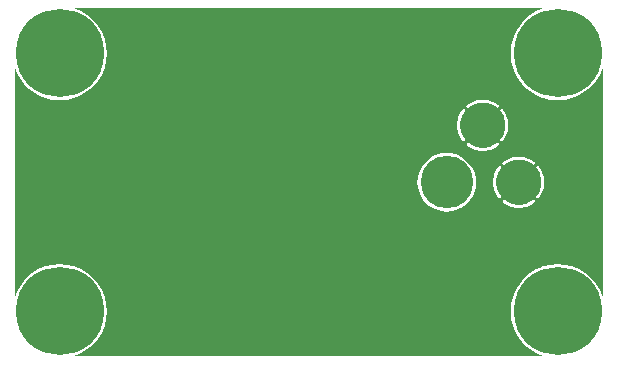
<source format=gbr>
G04 start of page 3 for group 1 idx 1 *
G04 Title: (unknown), bottom *
G04 Creator: pcb 20140316 *
G04 CreationDate: Thu 20 Aug 2020 03:00:16 AM GMT UTC *
G04 For: railfan *
G04 Format: Gerber/RS-274X *
G04 PCB-Dimensions (mil): 2000.00 1200.00 *
G04 PCB-Coordinate-Origin: lower left *
%MOIN*%
%FSLAX25Y25*%
%LNBOTTOM*%
%ADD37C,0.1100*%
%ADD36C,0.1250*%
%ADD35C,0.1285*%
%ADD34C,0.0200*%
%ADD33C,0.0400*%
%ADD32C,0.1500*%
%ADD31C,0.1750*%
%ADD30C,0.2937*%
%ADD29C,0.0001*%
G54D29*G36*
X170004Y8191D02*X170272Y7753D01*
X171876Y5876D01*
X173753Y4272D01*
X175858Y2982D01*
X178138Y2038D01*
X178295Y2000D01*
X170004D01*
Y8191D01*
G37*
G36*
X177155Y62245D02*X177319Y61638D01*
X177435Y60988D01*
X177493Y60330D01*
Y59670D01*
X177435Y59012D01*
X177319Y58362D01*
X177155Y57755D01*
Y62245D01*
G37*
G36*
Y88445D02*X178138Y88038D01*
X180539Y87461D01*
X183000Y87268D01*
X185461Y87461D01*
X187862Y88038D01*
X190142Y88982D01*
X192247Y90272D01*
X194124Y91876D01*
X195728Y93753D01*
X197018Y95858D01*
X197962Y98138D01*
X198000Y98295D01*
Y21705D01*
X197962Y21862D01*
X197018Y24142D01*
X195728Y26247D01*
X194124Y28124D01*
X192247Y29728D01*
X190142Y31018D01*
X187862Y31962D01*
X185461Y32539D01*
X183000Y32732D01*
X180539Y32539D01*
X178138Y31962D01*
X177155Y31555D01*
Y55396D01*
X177530Y56039D01*
X177849Y56716D01*
X178107Y57419D01*
X178303Y58142D01*
X178434Y58879D01*
X178500Y59626D01*
Y60374D01*
X178434Y61121D01*
X178303Y61858D01*
X178107Y62581D01*
X177849Y63284D01*
X177530Y63961D01*
X177155Y64604D01*
Y88445D01*
G37*
G36*
X170004Y94191D02*X170272Y93753D01*
X171876Y91876D01*
X173753Y90272D01*
X175858Y88982D01*
X177155Y88445D01*
Y64604D01*
X177152Y64608D01*
X176719Y65219D01*
X176666Y65279D01*
X176604Y65328D01*
X176534Y65368D01*
X176460Y65396D01*
X176381Y65412D01*
X176302Y65416D01*
X176222Y65407D01*
X176145Y65386D01*
X176073Y65353D01*
X176006Y65309D01*
X175947Y65256D01*
X175897Y65193D01*
X175857Y65124D01*
X175829Y65049D01*
X175813Y64971D01*
X175809Y64891D01*
X175818Y64812D01*
X175839Y64735D01*
X175872Y64662D01*
X175917Y64596D01*
X176305Y64062D01*
X176638Y63492D01*
X176919Y62895D01*
X177147Y62275D01*
X177155Y62245D01*
Y57755D01*
X177147Y57725D01*
X176919Y57105D01*
X176638Y56508D01*
X176305Y55938D01*
X175923Y55399D01*
X175879Y55334D01*
X175846Y55263D01*
X175825Y55187D01*
X175817Y55109D01*
X175820Y55030D01*
X175836Y54953D01*
X175864Y54879D01*
X175903Y54811D01*
X175952Y54749D01*
X176010Y54696D01*
X176076Y54653D01*
X176148Y54621D01*
X176224Y54600D01*
X176302Y54591D01*
X176381Y54595D01*
X176458Y54611D01*
X176531Y54639D01*
X176600Y54678D01*
X176661Y54727D01*
X176713Y54786D01*
X177152Y55392D01*
X177155Y55396D01*
Y31555D01*
X175858Y31018D01*
X173753Y29728D01*
X171876Y28124D01*
X170272Y26247D01*
X170004Y25809D01*
Y51500D01*
X170374D01*
X171120Y51566D01*
X171858Y51697D01*
X172581Y51893D01*
X173284Y52151D01*
X173961Y52470D01*
X174608Y52848D01*
X175219Y53281D01*
X175279Y53334D01*
X175328Y53396D01*
X175368Y53466D01*
X175396Y53540D01*
X175412Y53619D01*
X175416Y53698D01*
X175407Y53778D01*
X175386Y53855D01*
X175353Y53927D01*
X175309Y53994D01*
X175256Y54053D01*
X175193Y54103D01*
X175124Y54143D01*
X175049Y54171D01*
X174971Y54187D01*
X174891Y54191D01*
X174812Y54182D01*
X174735Y54161D01*
X174662Y54128D01*
X174596Y54083D01*
X174062Y53695D01*
X173492Y53362D01*
X172895Y53081D01*
X172275Y52853D01*
X171638Y52681D01*
X170988Y52565D01*
X170330Y52507D01*
X170004D01*
Y67493D01*
X170330D01*
X170988Y67435D01*
X171638Y67319D01*
X172275Y67147D01*
X172895Y66919D01*
X173492Y66638D01*
X174062Y66305D01*
X174601Y65923D01*
X174666Y65879D01*
X174737Y65846D01*
X174813Y65825D01*
X174891Y65817D01*
X174970Y65820D01*
X175047Y65836D01*
X175121Y65864D01*
X175189Y65903D01*
X175251Y65952D01*
X175304Y66010D01*
X175347Y66076D01*
X175379Y66148D01*
X175400Y66224D01*
X175409Y66302D01*
X175405Y66381D01*
X175389Y66458D01*
X175361Y66531D01*
X175322Y66600D01*
X175273Y66661D01*
X175214Y66713D01*
X174608Y67152D01*
X173961Y67530D01*
X173284Y67849D01*
X172581Y68107D01*
X171858Y68303D01*
X171120Y68434D01*
X170374Y68500D01*
X170004D01*
Y94191D01*
G37*
G36*
Y118000D02*X178295D01*
X178138Y117962D01*
X175858Y117018D01*
X173753Y115728D01*
X171876Y114124D01*
X170272Y112247D01*
X170004Y111809D01*
Y118000D01*
G37*
G36*
X165155Y81245D02*X165319Y80638D01*
X165435Y79988D01*
X165493Y79330D01*
Y78670D01*
X165435Y78012D01*
X165319Y77362D01*
X165155Y76755D01*
Y81245D01*
G37*
G36*
Y53020D02*X165392Y52848D01*
X166039Y52470D01*
X166716Y52151D01*
X167419Y51893D01*
X168142Y51697D01*
X168879Y51566D01*
X169626Y51500D01*
X170004D01*
Y25809D01*
X168982Y24142D01*
X168038Y21862D01*
X167461Y19461D01*
X167268Y17000D01*
X167461Y14539D01*
X168038Y12138D01*
X168982Y9858D01*
X170004Y8191D01*
Y2000D01*
X165155D01*
Y53020D01*
G37*
G36*
Y65815D02*X165188Y65818D01*
X165265Y65839D01*
X165338Y65872D01*
X165404Y65917D01*
X165938Y66305D01*
X166508Y66638D01*
X167105Y66919D01*
X167725Y67147D01*
X168362Y67319D01*
X169012Y67435D01*
X169670Y67493D01*
X170004D01*
Y52507D01*
X169670D01*
X169012Y52565D01*
X168362Y52681D01*
X167725Y52853D01*
X167105Y53081D01*
X166508Y53362D01*
X165938Y53695D01*
X165399Y54077D01*
X165334Y54121D01*
X165263Y54154D01*
X165187Y54175D01*
X165155Y54178D01*
Y65815D01*
G37*
G36*
Y118000D02*X170004D01*
Y111809D01*
X168982Y110142D01*
X168038Y107862D01*
X167461Y105461D01*
X167268Y103000D01*
X167461Y100539D01*
X168038Y98138D01*
X168982Y95858D01*
X170004Y94191D01*
Y68500D01*
X169626D01*
X168879Y68434D01*
X168142Y68303D01*
X167419Y68107D01*
X166716Y67849D01*
X166039Y67530D01*
X165392Y67152D01*
X165155Y66984D01*
Y74396D01*
X165530Y75039D01*
X165849Y75716D01*
X166107Y76419D01*
X166303Y77142D01*
X166434Y77880D01*
X166500Y78626D01*
Y79374D01*
X166434Y80121D01*
X166303Y80858D01*
X166107Y81581D01*
X165849Y82284D01*
X165530Y82961D01*
X165155Y83604D01*
Y118000D01*
G37*
G36*
X162845D02*X165155D01*
Y83604D01*
X165152Y83608D01*
X164719Y84219D01*
X164666Y84279D01*
X164604Y84328D01*
X164534Y84368D01*
X164460Y84396D01*
X164381Y84412D01*
X164302Y84416D01*
X164222Y84407D01*
X164145Y84386D01*
X164073Y84353D01*
X164006Y84309D01*
X163947Y84256D01*
X163897Y84193D01*
X163857Y84124D01*
X163829Y84049D01*
X163813Y83971D01*
X163809Y83891D01*
X163818Y83812D01*
X163839Y83735D01*
X163872Y83662D01*
X163917Y83596D01*
X164305Y83062D01*
X164638Y82492D01*
X164919Y81895D01*
X165147Y81275D01*
X165155Y81245D01*
Y76755D01*
X165147Y76725D01*
X164919Y76105D01*
X164638Y75508D01*
X164305Y74938D01*
X163923Y74399D01*
X163879Y74334D01*
X163846Y74263D01*
X163825Y74187D01*
X163817Y74109D01*
X163820Y74030D01*
X163836Y73953D01*
X163864Y73879D01*
X163903Y73811D01*
X163952Y73749D01*
X164010Y73696D01*
X164076Y73653D01*
X164148Y73621D01*
X164224Y73600D01*
X164302Y73591D01*
X164381Y73595D01*
X164458Y73611D01*
X164531Y73639D01*
X164600Y73678D01*
X164661Y73727D01*
X164713Y73786D01*
X165152Y74392D01*
X165155Y74396D01*
Y66984D01*
X164781Y66719D01*
X164721Y66666D01*
X164672Y66604D01*
X164632Y66534D01*
X164604Y66460D01*
X164588Y66381D01*
X164584Y66302D01*
X164593Y66222D01*
X164614Y66145D01*
X164647Y66073D01*
X164691Y66006D01*
X164744Y65947D01*
X164807Y65897D01*
X164876Y65857D01*
X164951Y65829D01*
X165029Y65813D01*
X165109Y65809D01*
X165155Y65815D01*
Y54178D01*
X165109Y54183D01*
X165030Y54180D01*
X164953Y54164D01*
X164879Y54136D01*
X164811Y54097D01*
X164749Y54048D01*
X164696Y53990D01*
X164653Y53924D01*
X164621Y53852D01*
X164600Y53776D01*
X164591Y53698D01*
X164595Y53619D01*
X164611Y53542D01*
X164639Y53469D01*
X164678Y53400D01*
X164727Y53339D01*
X164786Y53287D01*
X165155Y53020D01*
Y2000D01*
X162845D01*
Y55396D01*
X162848Y55392D01*
X163281Y54781D01*
X163334Y54721D01*
X163396Y54672D01*
X163466Y54632D01*
X163540Y54604D01*
X163619Y54588D01*
X163698Y54584D01*
X163778Y54593D01*
X163855Y54614D01*
X163927Y54647D01*
X163994Y54691D01*
X164053Y54744D01*
X164103Y54807D01*
X164143Y54876D01*
X164171Y54951D01*
X164187Y55029D01*
X164191Y55109D01*
X164182Y55188D01*
X164161Y55265D01*
X164128Y55338D01*
X164083Y55404D01*
X163695Y55938D01*
X163362Y56508D01*
X163081Y57105D01*
X162853Y57725D01*
X162845Y57755D01*
Y62245D01*
X162853Y62275D01*
X163081Y62895D01*
X163362Y63492D01*
X163695Y64062D01*
X164077Y64601D01*
X164121Y64666D01*
X164154Y64737D01*
X164175Y64813D01*
X164183Y64891D01*
X164180Y64970D01*
X164164Y65047D01*
X164136Y65121D01*
X164097Y65189D01*
X164048Y65251D01*
X163990Y65304D01*
X163924Y65347D01*
X163852Y65379D01*
X163776Y65400D01*
X163698Y65409D01*
X163619Y65405D01*
X163542Y65389D01*
X163469Y65361D01*
X163400Y65322D01*
X163339Y65273D01*
X163287Y65214D01*
X162848Y64608D01*
X162845Y64604D01*
Y72016D01*
X163219Y72281D01*
X163279Y72334D01*
X163328Y72396D01*
X163368Y72466D01*
X163396Y72540D01*
X163412Y72619D01*
X163416Y72698D01*
X163407Y72778D01*
X163386Y72855D01*
X163353Y72927D01*
X163309Y72994D01*
X163256Y73053D01*
X163193Y73103D01*
X163124Y73143D01*
X163049Y73171D01*
X162971Y73187D01*
X162891Y73191D01*
X162845Y73186D01*
Y84822D01*
X162891Y84817D01*
X162970Y84820D01*
X163047Y84836D01*
X163121Y84864D01*
X163189Y84903D01*
X163251Y84952D01*
X163304Y85010D01*
X163347Y85076D01*
X163379Y85148D01*
X163400Y85224D01*
X163409Y85302D01*
X163405Y85381D01*
X163389Y85458D01*
X163361Y85531D01*
X163322Y85600D01*
X163273Y85661D01*
X163214Y85713D01*
X162845Y85980D01*
Y118000D01*
G37*
G36*
Y57755D02*X162681Y58362D01*
X162565Y59012D01*
X162507Y59670D01*
Y60330D01*
X162565Y60988D01*
X162681Y61638D01*
X162845Y62245D01*
Y57755D01*
G37*
G36*
X150845Y118000D02*X162845D01*
Y85980D01*
X162608Y86152D01*
X161961Y86530D01*
X161284Y86849D01*
X160581Y87107D01*
X159858Y87303D01*
X159120Y87434D01*
X158374Y87500D01*
X157626D01*
X156879Y87434D01*
X156142Y87303D01*
X155419Y87107D01*
X154716Y86849D01*
X154039Y86530D01*
X153392Y86152D01*
X152781Y85719D01*
X152721Y85666D01*
X152672Y85604D01*
X152632Y85534D01*
X152604Y85460D01*
X152588Y85381D01*
X152584Y85302D01*
X152593Y85222D01*
X152614Y85145D01*
X152647Y85073D01*
X152691Y85006D01*
X152744Y84947D01*
X152807Y84897D01*
X152876Y84857D01*
X152951Y84829D01*
X153029Y84813D01*
X153109Y84809D01*
X153188Y84818D01*
X153265Y84839D01*
X153338Y84872D01*
X153404Y84917D01*
X153938Y85305D01*
X154508Y85638D01*
X155105Y85919D01*
X155725Y86147D01*
X156362Y86319D01*
X157012Y86435D01*
X157670Y86493D01*
X158330D01*
X158988Y86435D01*
X159638Y86319D01*
X160275Y86147D01*
X160895Y85919D01*
X161492Y85638D01*
X162062Y85305D01*
X162601Y84923D01*
X162666Y84879D01*
X162737Y84846D01*
X162813Y84825D01*
X162845Y84822D01*
Y73186D01*
X162812Y73182D01*
X162735Y73161D01*
X162662Y73128D01*
X162596Y73083D01*
X162062Y72695D01*
X161492Y72362D01*
X160895Y72081D01*
X160275Y71853D01*
X159638Y71681D01*
X158988Y71565D01*
X158330Y71507D01*
X157670D01*
X157012Y71565D01*
X156362Y71681D01*
X155725Y71853D01*
X155105Y72081D01*
X154508Y72362D01*
X153938Y72695D01*
X153399Y73077D01*
X153334Y73121D01*
X153263Y73154D01*
X153187Y73175D01*
X153109Y73183D01*
X153030Y73180D01*
X152953Y73164D01*
X152879Y73136D01*
X152811Y73097D01*
X152749Y73048D01*
X152696Y72990D01*
X152653Y72924D01*
X152621Y72852D01*
X152600Y72776D01*
X152591Y72698D01*
X152595Y72619D01*
X152611Y72542D01*
X152639Y72469D01*
X152678Y72400D01*
X152727Y72339D01*
X152786Y72287D01*
X153392Y71848D01*
X154039Y71470D01*
X154716Y71151D01*
X155419Y70893D01*
X156142Y70697D01*
X156879Y70566D01*
X157626Y70500D01*
X158374D01*
X159120Y70566D01*
X159858Y70697D01*
X160581Y70893D01*
X161284Y71151D01*
X161961Y71470D01*
X162608Y71848D01*
X162845Y72016D01*
Y64604D01*
X162470Y63961D01*
X162151Y63284D01*
X161893Y62581D01*
X161697Y61858D01*
X161566Y61121D01*
X161500Y60374D01*
Y59626D01*
X161566Y58879D01*
X161697Y58142D01*
X161893Y57419D01*
X162151Y56716D01*
X162470Y56039D01*
X162845Y55396D01*
Y2000D01*
X150845D01*
Y51534D01*
X151749Y52088D01*
X152916Y53084D01*
X153912Y54251D01*
X154714Y55560D01*
X155301Y56978D01*
X155660Y58470D01*
X155750Y60000D01*
X155660Y61530D01*
X155301Y63022D01*
X154714Y64440D01*
X153912Y65749D01*
X152916Y66916D01*
X151749Y67912D01*
X150845Y68466D01*
Y74396D01*
X150848Y74392D01*
X151281Y73781D01*
X151334Y73721D01*
X151396Y73672D01*
X151466Y73632D01*
X151540Y73604D01*
X151619Y73588D01*
X151698Y73584D01*
X151778Y73593D01*
X151855Y73614D01*
X151927Y73647D01*
X151994Y73691D01*
X152053Y73744D01*
X152103Y73807D01*
X152143Y73876D01*
X152171Y73951D01*
X152187Y74029D01*
X152191Y74109D01*
X152182Y74188D01*
X152161Y74265D01*
X152128Y74338D01*
X152083Y74404D01*
X151695Y74938D01*
X151362Y75508D01*
X151081Y76105D01*
X150853Y76725D01*
X150845Y76755D01*
Y81245D01*
X150853Y81275D01*
X151081Y81895D01*
X151362Y82492D01*
X151695Y83062D01*
X152077Y83601D01*
X152121Y83666D01*
X152154Y83737D01*
X152175Y83813D01*
X152183Y83891D01*
X152180Y83970D01*
X152164Y84047D01*
X152136Y84121D01*
X152097Y84189D01*
X152048Y84251D01*
X151990Y84304D01*
X151924Y84347D01*
X151852Y84379D01*
X151776Y84400D01*
X151698Y84409D01*
X151619Y84405D01*
X151542Y84389D01*
X151469Y84361D01*
X151400Y84322D01*
X151339Y84273D01*
X151287Y84214D01*
X150848Y83608D01*
X150845Y83604D01*
Y118000D01*
G37*
G36*
Y76755D02*X150681Y77362D01*
X150565Y78012D01*
X150507Y78670D01*
Y79330D01*
X150565Y79988D01*
X150681Y80638D01*
X150845Y81245D01*
Y76755D01*
G37*
G36*
Y2000D02*X145985D01*
Y50221D01*
X146000Y50220D01*
X147530Y50340D01*
X149022Y50699D01*
X150440Y51286D01*
X150845Y51534D01*
Y2000D01*
G37*
G36*
X145985Y118000D02*X150845D01*
Y83604D01*
X150470Y82961D01*
X150151Y82284D01*
X149893Y81581D01*
X149697Y80858D01*
X149566Y80121D01*
X149500Y79374D01*
Y78626D01*
X149566Y77880D01*
X149697Y77142D01*
X149893Y76419D01*
X150151Y75716D01*
X150470Y75039D01*
X150845Y74396D01*
Y68466D01*
X150440Y68714D01*
X149022Y69301D01*
X147530Y69660D01*
X146000Y69780D01*
X145985Y69779D01*
Y118000D01*
G37*
G36*
X21705D02*X145985D01*
Y69779D01*
X144470Y69660D01*
X142978Y69301D01*
X141560Y68714D01*
X140251Y67912D01*
X139084Y66916D01*
X138088Y65749D01*
X137286Y64440D01*
X136699Y63022D01*
X136340Y61530D01*
X136220Y60000D01*
X136340Y58470D01*
X136699Y56978D01*
X137286Y55560D01*
X138088Y54251D01*
X139084Y53084D01*
X140251Y52088D01*
X141560Y51286D01*
X142978Y50699D01*
X144470Y50340D01*
X145985Y50221D01*
Y2000D01*
X21705D01*
X21862Y2038D01*
X24142Y2982D01*
X26247Y4272D01*
X28124Y5876D01*
X29728Y7753D01*
X31018Y9858D01*
X31962Y12138D01*
X32539Y14539D01*
X32684Y17000D01*
X32539Y19461D01*
X31962Y21862D01*
X31018Y24142D01*
X29728Y26247D01*
X28124Y28124D01*
X26247Y29728D01*
X24142Y31018D01*
X21862Y31962D01*
X19461Y32539D01*
X17000Y32732D01*
X14539Y32539D01*
X12138Y31962D01*
X9858Y31018D01*
X7753Y29728D01*
X5876Y28124D01*
X4272Y26247D01*
X2982Y24142D01*
X2038Y21862D01*
X2000Y21705D01*
Y98295D01*
X2038Y98138D01*
X2982Y95858D01*
X4272Y93753D01*
X5876Y91876D01*
X7753Y90272D01*
X9858Y88982D01*
X12138Y88038D01*
X14539Y87461D01*
X17000Y87268D01*
X19461Y87461D01*
X21862Y88038D01*
X24142Y88982D01*
X26247Y90272D01*
X28124Y91876D01*
X29728Y93753D01*
X31018Y95858D01*
X31962Y98138D01*
X32539Y100539D01*
X32684Y103000D01*
X32539Y105461D01*
X31962Y107862D01*
X31018Y110142D01*
X29728Y112247D01*
X28124Y114124D01*
X26247Y115728D01*
X24142Y117018D01*
X21862Y117962D01*
X21705Y118000D01*
G37*
G54D30*X183000Y17000D03*
Y103000D03*
G54D31*X146000Y60000D03*
G54D32*X170000D03*
X158000Y79000D03*
G54D30*X17000Y103000D03*
Y17000D03*
G54D33*X26500Y65906D03*
X145000Y109500D03*
X130000D03*
X110900Y30000D03*
Y90000D03*
G54D34*G54D35*G54D36*G54D37*G54D35*M02*

</source>
